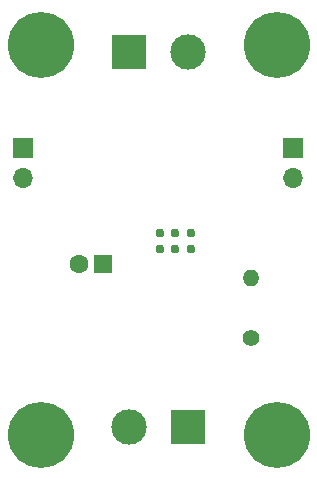
<source format=gbr>
%TF.GenerationSoftware,KiCad,Pcbnew,(7.0.0)*%
%TF.CreationDate,2023-05-21T11:31:51-07:00*%
%TF.ProjectId,DRV8870-breakout-board,44525638-3837-4302-9d62-7265616b6f75,rev?*%
%TF.SameCoordinates,Original*%
%TF.FileFunction,Soldermask,Bot*%
%TF.FilePolarity,Negative*%
%FSLAX46Y46*%
G04 Gerber Fmt 4.6, Leading zero omitted, Abs format (unit mm)*
G04 Created by KiCad (PCBNEW (7.0.0)) date 2023-05-21 11:31:51*
%MOMM*%
%LPD*%
G01*
G04 APERTURE LIST*
%ADD10C,5.600000*%
%ADD11R,3.000000X3.000000*%
%ADD12C,3.000000*%
%ADD13R,1.600000X1.600000*%
%ADD14C,1.600000*%
%ADD15R,1.700000X1.700000*%
%ADD16O,1.700000X1.700000*%
%ADD17C,1.400000*%
%ADD18O,1.400000X1.400000*%
%ADD19C,0.770000*%
G04 APERTURE END LIST*
D10*
%TO.C,H104*%
X140600000Y-112200000D03*
%TD*%
D11*
%TO.C,J103*%
X128099999Y-79799999D03*
D12*
X133100000Y-79800000D03*
%TD*%
D13*
%TO.C,C101*%
X125885112Y-97779999D03*
D14*
X123885113Y-97780000D03*
%TD*%
D15*
%TO.C,J104*%
X119099999Y-87899999D03*
D16*
X119099999Y-90439999D03*
%TD*%
D17*
%TO.C,R105*%
X138400000Y-104065000D03*
D18*
X138399999Y-98984999D03*
%TD*%
D10*
%TO.C,H103*%
X120600000Y-112200000D03*
%TD*%
D15*
%TO.C,J102*%
X141959999Y-87899999D03*
D16*
X141959999Y-90439999D03*
%TD*%
D10*
%TO.C,H102*%
X140600000Y-79200000D03*
%TD*%
D11*
%TO.C,J101*%
X133099999Y-111599999D03*
D12*
X128100000Y-111600000D03*
%TD*%
D10*
%TO.C,H101*%
X120600000Y-79200000D03*
%TD*%
D19*
%TO.C,U102*%
X133300000Y-95150000D03*
X132000000Y-95150000D03*
X130700000Y-95150000D03*
X133300000Y-96450000D03*
X132000000Y-96450000D03*
X130700000Y-96450000D03*
%TD*%
M02*

</source>
